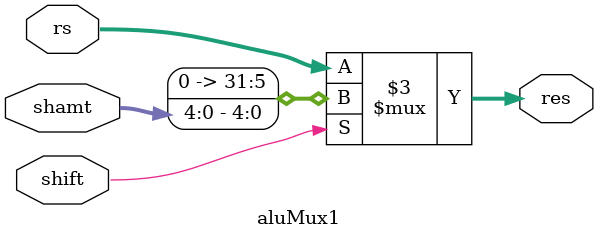
<source format=v>
`timescale 1ns / 1ps


module aluMux1(
    input [31:0] rs,
    input [4:0] shamt,
    input shift,
    output [31:0] res
    );
    assign res = (shift == 0) ? rs : shamt;
endmodule

</source>
